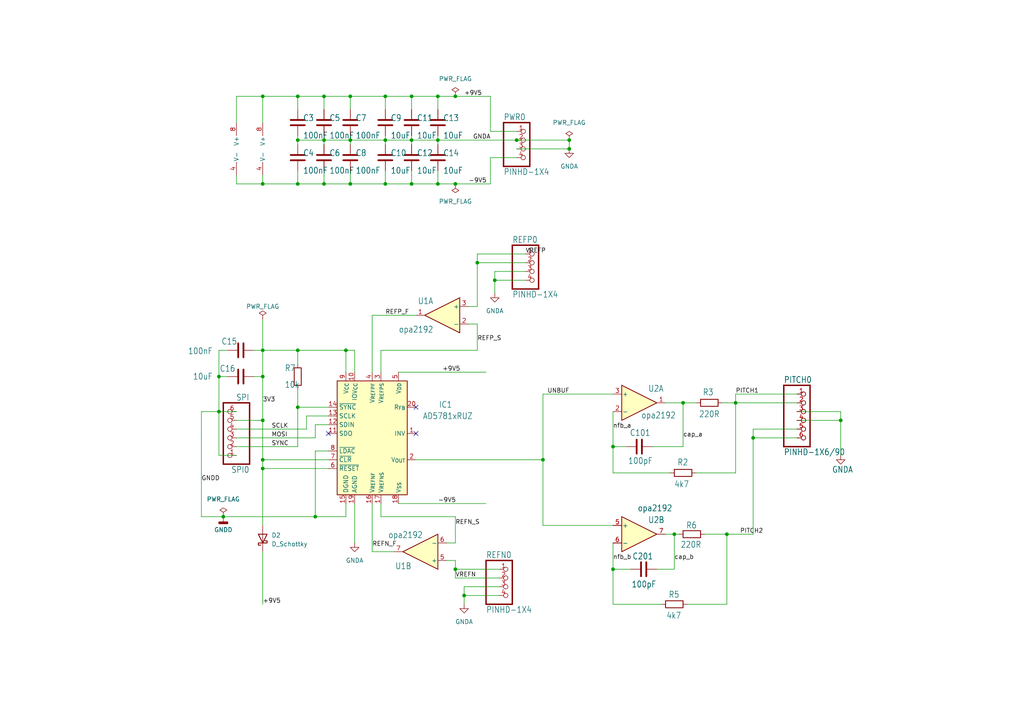
<source format=kicad_sch>
(kicad_sch (version 20231120) (generator "eeschema") (generator_version "8.0")
  (paper "A4")
  (lib_symbols
    (symbol "Amplifier_Operational:TL072" (pin_names (offset 0.127))
      (property "Reference" "U" (at 0 5.08 0))
      (property "Value" "TL072" (at 0 -5.08 0))
      (symbol "TL072_1_1"
        (polyline (pts (xy -5.08 5.08) (xy 5.08 0) (xy -5.08 -5.08) (xy -5.08 5.08)) (stroke (width 0.254)) (fill (type background)))
        (pin output line (at 7.62 0 180) (length 2.54) (name "~") (number "1"))
        (pin input line (at -7.62 -2.54 0) (length 2.54) (name "-") (number "2"))
        (pin input line (at -7.62 2.54 0) (length 2.54) (name "+") (number "3"))
      )
      (symbol "TL072_2_1"
        (polyline (pts (xy -5.08 5.08) (xy 5.08 0) (xy -5.08 -5.08) (xy -5.08 5.08)) (stroke (width 0.254)) (fill (type background)))
        (pin input line (at -7.62 2.54 0) (length 2.54) (name "+") (number "5"))
        (pin input line (at -7.62 -2.54 0) (length 2.54) (name "-") (number "6"))
        (pin output line (at 7.62 0 180) (length 2.54) (name "~") (number "7"))
      )
      (symbol "TL072_3_1"
        (pin power_in line (at -2.54 -7.62 90) (length 3.81) (name "V-") (number "4"))
        (pin power_in line (at -2.54 7.62 270) (length 3.81) (name "V+") (number "8"))
      )
    )
    (symbol "Analog_DAC:AD5781xRUZ"
      (property "Reference" "U" (at -10.16 17.78 0))
      (property "Value" "AD5781xRUZ" (at 10.16 17.78 0))
      (symbol "AD5781xRUZ_1_1"
        (rectangle (start -10.16 15.24) (end 10.16 -17.78) (stroke (width 0.254)) (fill (type background)))
        (pin output line (at 12.7 0 180) (length 2.54) (name "INV") (number "1"))
        (pin power_in line (at -5.08 17.78 270) (length 2.54) (name "IOV_{CC}") (number "10"))
        (pin output line (at -12.7 0 0) (length 2.54) (name "SDO") (number "11"))
        (pin input line (at -12.7 2.54 0) (length 2.54) (name "SDIN") (number "12"))
        (pin input line (at -12.7 5.08 0) (length 2.54) (name "SCLK") (number "13"))
        (pin input line (at -12.7 7.62 0) (length 2.54) (name "~{SYNC}") (number "14"))
        (pin power_in line (at -7.62 -20.32 90) (length 2.54) (name "DGND") (number "15"))
        (pin input line (at 0 -20.32 90) (length 2.54) (name "V_{REFNF}") (number "16"))
        (pin output line (at 2.54 -20.32 90) (length 2.54) (name "V_{REFNS}") (number "17"))
        (pin power_in line (at 7.62 -20.32 90) (length 2.54) (name "V_{SS}") (number "18"))
        (pin power_in line (at -5.08 -20.32 90) (length 2.54) (name "AGND") (number "19"))
        (pin output line (at 12.7 -7.62 180) (length 2.54) (name "V_{OUT}") (number "2"))
        (pin passive line (at 12.7 7.62 180) (length 2.54) (name "R_{FB}") (number "20"))
        (pin output line (at 2.54 17.78 270) (length 2.54) (name "V_{REFPS}") (number "3"))
        (pin input line (at 0 17.78 270) (length 2.54) (name "V_{REFPF}") (number "4"))
        (pin power_in line (at 7.62 17.78 270) (length 2.54) (name "V_{DD}") (number "5"))
        (pin input line (at -12.7 -10.16 0) (length 2.54) (name "~{RESET}") (number "6"))
        (pin input line (at -12.7 -7.62 0) (length 2.54) (name "~{CLR}") (number "7"))
        (pin input line (at -12.7 -5.08 0) (length 2.54) (name "~{LDAC}") (number "8"))
        (pin power_in line (at -7.62 17.78 270) (length 2.54) (name "V_{CC}") (number "9"))
      )
    )
    (symbol "Device:C" (pin_numbers hide) (pin_names (offset 0.254))
      (property "Reference" "C" (at 0.635 2.54 0))
      (property "Value" "C" (at 0.635 -2.54 0))
      (symbol "C_0_1"
        (polyline (pts (xy -2.032 -0.762) (xy 2.032 -0.762)) (stroke (width 0.508)))
        (polyline (pts (xy -2.032 0.762) (xy 2.032 0.762)) (stroke (width 0.508)))
      )
      (symbol "C_1_1"
        (pin passive line (at 0 3.81 270) (length 2.794) (name "~") (number "1"))
        (pin passive line (at 0 -3.81 90) (length 2.794) (name "~") (number "2"))
      )
    )
    (symbol "Device:D_Schottky" (pin_numbers hide) (pin_names (offset 1.016) hide)
      (property "Reference" "D" (at 0 2.54 0))
      (property "Value" "D_Schottky" (at 0 -2.54 0))
      (symbol "D_Schottky_0_1"
        (polyline (pts (xy 1.27 0) (xy -1.27 0)))
        (polyline (pts (xy 1.27 1.27) (xy 1.27 -1.27) (xy -1.27 0) (xy 1.27 1.27)) (stroke (width 0.254)))
        (polyline (pts (xy -1.905 0.635) (xy -1.905 1.27) (xy -1.27 1.27) (xy -1.27 -1.27) (xy -0.635 -1.27) (xy -0.635 -0.635)) (stroke (width 0.254)))
      )
      (symbol "D_Schottky_1_1"
        (pin passive line (at -3.81 0 0) (length 2.54) (name "K") (number "1"))
        (pin passive line (at 3.81 0 180) (length 2.54) (name "A") (number "2"))
      )
    )
    (symbol "Device:R" (pin_numbers hide) (pin_names (offset 0))
      (property "Reference" "R" (at 2.032 0 90))
      (property "Value" "R" (at 0 0 90))
      (symbol "R_0_1"
        (rectangle (start -1.016 -2.54) (end 1.016 2.54) (stroke (width 0.254)))
      )
      (symbol "R_1_1"
        (pin passive line (at 0 3.81 270) (length 1.27) (name "~") (number "1"))
        (pin passive line (at 0 -3.81 90) (length 1.27) (name "~") (number "2"))
      )
    )
    (symbol "pitchdac-eagle-import:PINHD-1X4"
      (property "Reference" "JP" (at -6.35 8.255 0))
      (symbol "PINHD-1X4_1_0"
        (polyline (pts (xy -6.35 -5.08) (xy 1.27 -5.08)) (stroke (width 0.4064)))
        (polyline (pts (xy -6.35 7.62) (xy -6.35 -5.08)) (stroke (width 0.4064)))
        (polyline (pts (xy 1.27 -5.08) (xy 1.27 7.62)) (stroke (width 0.4064)))
        (polyline (pts (xy 1.27 7.62) (xy -6.35 7.62)) (stroke (width 0.4064)))
        (pin passive inverted (at -2.54 5.08 0) (length 2.54) (name "1") (number "1"))
        (pin passive inverted (at -2.54 2.54 0) (length 2.54) (name "2") (number "2"))
        (pin passive inverted (at -2.54 0 0) (length 2.54) (name "3") (number "3"))
        (pin passive inverted (at -2.54 -2.54 0) (length 2.54) (name "4") (number "4"))
      )
    )
    (symbol "pitchdac-eagle-import:PINHD-1X6/90"
      (property "Reference" "JP" (at -6.35 10.795 0))
      (symbol "PINHD-1X6/90_1_0"
        (polyline (pts (xy -6.35 -7.62) (xy 1.27 -7.62)) (stroke (width 0.4064)))
        (polyline (pts (xy -6.35 10.16) (xy -6.35 -7.62)) (stroke (width 0.4064)))
        (polyline (pts (xy 1.27 -7.62) (xy 1.27 10.16)) (stroke (width 0.4064)))
        (polyline (pts (xy 1.27 10.16) (xy -6.35 10.16)) (stroke (width 0.4064)))
        (pin passive inverted (at -2.54 7.62 0) (length 2.54) (name "1") (number "1"))
        (pin passive inverted (at -2.54 5.08 0) (length 2.54) (name "2") (number "2"))
        (pin passive inverted (at -2.54 2.54 0) (length 2.54) (name "3") (number "3"))
        (pin passive inverted (at -2.54 0 0) (length 2.54) (name "4") (number "4"))
        (pin passive inverted (at -2.54 -2.54 0) (length 2.54) (name "5") (number "5"))
        (pin passive inverted (at -2.54 -5.08 0) (length 2.54) (name "6") (number "6"))
      )
    )
    (symbol "power:GNDA" (power) (pin_numbers hide) (pin_names (offset 0) hide)
      (property "Value" "GNDA" (at 0 -3.81 0))
      (symbol "GNDA_0_1"
        (polyline (pts (xy 0 0) (xy 0 -1.27) (xy 1.27 -1.27) (xy 0 -2.54) (xy -1.27 -1.27) (xy 0 -1.27)))
      )
      (symbol "GNDA_1_1"
        (pin power_in line (at 0 0 270) (length 0) (name "~") (number "1"))
      )
    )
    (symbol "power:GNDD" (power) (pin_numbers hide) (pin_names (offset 0) hide)
      (property "Value" "GNDD" (at 0 -3.175 0))
      (symbol "GNDD_0_1"
        (rectangle (start -1.27 -1.524) (end 1.27 -2.032) (stroke (width 0.254)) (fill (type outline)))
        (polyline (pts (xy 0 0) (xy 0 -1.524)))
      )
      (symbol "GNDD_1_1"
        (pin power_in line (at 0 0 270) (length 0) (name "~") (number "1"))
      )
    )
    (symbol "power:PWR_FLAG" (power) (pin_numbers hide) (pin_names (offset 0) hide)
      (property "Value" "PWR_FLAG" (at 0 3.81 0))
      (symbol "PWR_FLAG_0_0"
        (pin power_out line (at 0 0 90) (length 0) (name "~") (number "1"))
      )
      (symbol "PWR_FLAG_0_1"
        (polyline (pts (xy 0 0) (xy 0 1.27) (xy -1.016 1.905) (xy 0 2.54) (xy 1.016 1.905) (xy 0 1.27)))
      )
    )
  )
  (junction (at 91.44 149.86))
  (junction (at 177.8 165.1))
  (junction (at 119.38 53.34))
  (junction (at 76.2 135.89))
  (junction (at 101.6 40.64))
  (junction (at 138.43 76.2))
  (junction (at 198.12 116.84))
  (junction (at 127 40.64))
  (junction (at 213.36 116.84))
  (junction (at 93.98 40.64))
  (junction (at 143.51 81.28))
  (junction (at 132.08 53.34))
  (junction (at 64.77 149.86))
  (junction (at 127 27.94))
  (junction (at 76.2 27.94))
  (junction (at 100.33 101.6))
  (junction (at 86.36 118.11))
  (junction (at 149.86 40.64))
  (junction (at 86.36 101.6))
  (junction (at 243.84 121.92))
  (junction (at 165.1 43.18))
  (junction (at 101.6 53.34))
  (junction (at 119.38 40.64))
  (junction (at 76.2 133.35))
  (junction (at 76.2 101.6))
  (junction (at 86.36 53.34))
  (junction (at 134.62 172.72))
  (junction (at 218.44 127))
  (junction (at 111.76 27.94))
  (junction (at 111.76 40.64))
  (junction (at 101.6 27.94))
  (junction (at 119.38 27.94))
  (junction (at 111.76 53.34))
  (junction (at 93.98 53.34))
  (junction (at 132.08 27.94))
  (junction (at 165.1 40.64))
  (junction (at 132.08 165.1))
  (junction (at 76.2 53.34))
  (junction (at 86.36 27.94))
  (junction (at 157.48 133.35))
  (junction (at 195.58 154.94))
  (junction (at 86.36 40.64))
  (junction (at 127 53.34))
  (junction (at 210.82 154.94))
  (junction (at 177.8 129.54))
  (junction (at 63.5 109.22))
  (junction (at 63.5 119.38))
  (junction (at 76.2 121.92))
  (junction (at 76.2 109.22))
  (junction (at 93.98 27.94))
  (no_connect (at 95.25 125.73))
  (no_connect (at 120.65 118.11))
  (no_connect (at 120.65 125.73))
  (wire (pts (xy 93.98 40.64) (xy 101.6 40.64)) (stroke (width 0.1524)))
  (wire (pts (xy 63.5 132.08) (xy 63.5 119.38)) (stroke (width 0.1524)))
  (wire (pts (xy 76.2 160.02) (xy 76.2 175.26)))
  (wire (pts (xy 138.43 73.66) (xy 138.43 76.2)))
  (wire (pts (xy 63.5 109.22) (xy 66.04 109.22)))
  (wire (pts (xy 138.43 93.98) (xy 135.89 93.98)) (stroke (width 0.1524)))
  (wire (pts (xy 63.5 101.6) (xy 66.04 101.6)) (stroke (width 0.1524)))
  (wire (pts (xy 86.36 27.94) (xy 86.36 31.75)))
  (wire (pts (xy 107.95 91.44) (xy 107.95 107.95)))
  (wire (pts (xy 132.08 53.34) (xy 142.24 53.34)) (stroke (width 0.1524)))
  (wire (pts (xy 101.6 40.64) (xy 101.6 41.91)))
  (wire (pts (xy 198.12 129.54) (xy 198.12 116.84)) (stroke (width 0.1524)))
  (wire (pts (xy 68.58 53.34) (xy 68.58 50.8)) (stroke (width 0.1524)))
  (wire (pts (xy 231.14 114.3) (xy 213.36 114.3)) (stroke (width 0.1524)))
  (wire (pts (xy 93.98 49.53) (xy 93.98 50.8)))
  (wire (pts (xy 138.43 76.2) (xy 138.43 88.9)) (stroke (width 0.1524)))
  (wire (pts (xy 231.14 121.92) (xy 243.84 121.92)) (stroke (width 0.1524)))
  (wire (pts (xy 100.33 101.6) (xy 102.87 101.6)))
  (wire (pts (xy 101.6 39.37) (xy 101.6 40.64)))
  (wire (pts (xy 134.62 172.72) (xy 144.78 172.72)))
  (wire (pts (xy 68.58 132.08) (xy 63.5 132.08)) (stroke (width 0.1524)))
  (wire (pts (xy 110.49 101.6) (xy 110.49 107.95)))
  (wire (pts (xy 107.95 91.44) (xy 120.65 91.44)))
  (wire (pts (xy 129.54 162.56) (xy 132.08 162.56)) (stroke (width 0.1524)))
  (wire (pts (xy 243.84 119.38) (xy 243.84 121.92)) (stroke (width 0.1524)))
  (wire (pts (xy 110.49 101.6) (xy 138.43 101.6)))
  (wire (pts (xy 58.42 127) (xy 58.42 149.86)))
  (wire (pts (xy 195.58 165.1) (xy 195.58 154.94)) (stroke (width 0.1524)))
  (wire (pts (xy 210.82 116.84) (xy 213.36 116.84)) (stroke (width 0.1524)))
  (wire (pts (xy 76.2 53.34) (xy 68.58 53.34)) (stroke (width 0.1524)))
  (wire (pts (xy 143.51 78.74) (xy 152.4 78.74)))
  (wire (pts (xy 68.58 27.94) (xy 68.58 35.56)) (stroke (width 0.1524)))
  (wire (pts (xy 111.76 27.94) (xy 111.76 31.75)))
  (wire (pts (xy 63.5 101.6) (xy 63.5 109.22)) (stroke (width 0.1524)))
  (wire (pts (xy 218.44 154.94) (xy 210.82 154.94)) (stroke (width 0.1524)))
  (wire (pts (xy 93.98 40.64) (xy 93.98 41.91)))
  (wire (pts (xy 76.2 92.71) (xy 76.2 101.6)) (stroke (width 0.1524)))
  (wire (pts (xy 86.36 50.8) (xy 86.36 53.34)) (stroke (width 0.1524)))
  (wire (pts (xy 93.98 39.37) (xy 93.98 40.64)))
  (wire (pts (xy 86.36 53.34) (xy 76.2 53.34)) (stroke (width 0.1524)))
  (wire (pts (xy 177.8 157.48) (xy 177.8 165.1)) (stroke (width 0.1524)))
  (wire (pts (xy 177.8 137.16) (xy 194.31 137.16)) (stroke (width 0.1524)))
  (wire (pts (xy 101.6 50.8) (xy 101.6 53.34)) (stroke (width 0.1524)))
  (wire (pts (xy 109.22 160.02) (xy 114.3 160.02)) (stroke (width 0.1524)))
  (wire (pts (xy 101.6 49.53) (xy 101.6 50.8)))
  (wire (pts (xy 101.6 53.34) (xy 93.98 53.34)) (stroke (width 0.1524)))
  (wire (pts (xy 76.2 35.56) (xy 76.2 27.94)) (stroke (width 0.1524)))
  (wire (pts (xy 76.2 101.6) (xy 76.2 109.22)) (stroke (width 0.1524)))
  (wire (pts (xy 157.48 133.35) (xy 157.48 152.4)) (stroke (width 0.1524)))
  (wire (pts (xy 142.24 45.72) (xy 149.86 45.72)))
  (wire (pts (xy 86.36 118.11) (xy 95.25 118.11)))
  (wire (pts (xy 76.2 50.8) (xy 76.2 53.34)) (stroke (width 0.1524)))
  (wire (pts (xy 86.36 101.6) (xy 100.33 101.6)))
  (wire (pts (xy 93.98 27.94) (xy 101.6 27.94)) (stroke (width 0.1524)))
  (wire (pts (xy 198.12 116.84) (xy 201.93 116.84)) (stroke (width 0.1524)))
  (wire (pts (xy 209.55 116.84) (xy 210.82 116.84)))
  (wire (pts (xy 111.76 40.64) (xy 119.38 40.64)) (stroke (width 0.1524)))
  (wire (pts (xy 76.2 101.6) (xy 86.36 101.6)))
  (wire (pts (xy 142.24 27.94) (xy 132.08 27.94)) (stroke (width 0.1524)))
  (wire (pts (xy 177.8 175.26) (xy 191.77 175.26)) (stroke (width 0.1524)))
  (wire (pts (xy 101.6 27.94) (xy 101.6 31.75)))
  (wire (pts (xy 134.62 172.72) (xy 134.62 175.26)))
  (wire (pts (xy 127 39.37) (xy 127 40.64)))
  (wire (pts (xy 68.58 119.38) (xy 63.5 119.38)) (stroke (width 0.1524)))
  (wire (pts (xy 135.89 88.9) (xy 138.43 88.9)) (stroke (width 0.1524)))
  (wire (pts (xy 58.42 149.86) (xy 64.77 149.86)))
  (wire (pts (xy 73.66 101.6) (xy 76.2 101.6)))
  (wire (pts (xy 102.87 146.05) (xy 102.87 157.48)))
  (wire (pts (xy 119.38 40.64) (xy 119.38 41.91)) (stroke (width 0.1524)))
  (wire (pts (xy 138.43 73.66) (xy 152.4 73.66)))
  (wire (pts (xy 86.36 101.6) (xy 86.36 105.41)))
  (wire (pts (xy 201.93 137.16) (xy 203.2 137.16)))
  (wire (pts (xy 86.36 27.94) (xy 93.98 27.94)) (stroke (width 0.1524)))
  (wire (pts (xy 177.8 175.26) (xy 177.8 165.1)) (stroke (width 0.1524)))
  (wire (pts (xy 205.74 154.94) (xy 210.82 154.94)) (stroke (width 0.1524)))
  (wire (pts (xy 152.4 76.2) (xy 138.43 76.2)) (stroke (width 0.1524)))
  (wire (pts (xy 68.58 127) (xy 91.44 127)) (stroke (width 0.1524)))
  (wire (pts (xy 119.38 49.53) (xy 119.38 50.8)))
  (wire (pts (xy 120.65 133.35) (xy 157.48 133.35)))
  (wire (pts (xy 91.44 123.19) (xy 95.25 123.19)))
  (wire (pts (xy 231.14 127) (xy 218.44 127)) (stroke (width 0.1524)))
  (wire (pts (xy 93.98 53.34) (xy 86.36 53.34)) (stroke (width 0.1524)))
  (wire (pts (xy 119.38 39.37) (xy 119.38 40.64)))
  (wire (pts (xy 76.2 121.92) (xy 76.2 133.35)))
  (wire (pts (xy 142.24 38.1) (xy 142.24 27.94)) (stroke (width 0.1524)))
  (wire (pts (xy 127 40.64) (xy 149.86 40.64)) (stroke (width 0.1524)))
  (wire (pts (xy 86.36 129.54) (xy 68.58 129.54)) (stroke (width 0.1524)))
  (wire (pts (xy 76.2 135.89) (xy 76.2 152.4)))
  (wire (pts (xy 143.51 81.28) (xy 143.51 85.09)))
  (wire (pts (xy 76.2 27.94) (xy 68.58 27.94)) (stroke (width 0.1524)))
  (wire (pts (xy 76.2 133.35) (xy 95.25 133.35)))
  (wire (pts (xy 127 27.94) (xy 132.08 27.94)) (stroke (width 0.1524)))
  (wire (pts (xy 119.38 53.34) (xy 111.76 53.34)) (stroke (width 0.1524)))
  (wire (pts (xy 138.43 99.06) (xy 138.43 101.6)))
  (wire (pts (xy 144.78 165.1) (xy 132.08 165.1)) (stroke (width 0.1524)))
  (wire (pts (xy 193.04 116.84) (xy 198.12 116.84)) (stroke (width 0.1524)))
  (wire (pts (xy 132.08 165.1) (xy 132.08 167.64)) (stroke (width 0.1524)))
  (wire (pts (xy 203.2 137.16) (xy 213.36 137.16)) (stroke (width 0.1524)))
  (wire (pts (xy 102.87 101.6) (xy 102.87 107.95)))
  (wire (pts (xy 132.08 167.64) (xy 144.78 167.64)) (stroke (width 0.1524)))
  (wire (pts (xy 58.42 119.38) (xy 58.42 127)) (stroke (width 0.1524)))
  (wire (pts (xy 93.98 27.94) (xy 93.98 31.75)))
  (wire (pts (xy 177.8 152.4) (xy 157.48 152.4)) (stroke (width 0.1524)))
  (wire (pts (xy 165.1 40.64) (xy 165.1 43.18)))
  (wire (pts (xy 115.57 107.95) (xy 140.97 107.95)))
  (wire (pts (xy 91.44 149.86) (xy 100.33 149.86)))
  (wire (pts (xy 218.44 124.46) (xy 218.44 127)) (stroke (width 0.1524)))
  (wire (pts (xy 157.48 114.3) (xy 157.48 133.35)) (stroke (width 0.1524)))
  (wire (pts (xy 127 40.64) (xy 127 41.91)))
  (wire (pts (xy 115.57 146.05) (xy 140.97 146.05)))
  (wire (pts (xy 199.39 175.26) (xy 200.66 175.26)))
  (wire (pts (xy 134.62 170.18) (xy 144.78 170.18)))
  (wire (pts (xy 177.8 119.38) (xy 177.8 129.54)) (stroke (width 0.1524)))
  (wire (pts (xy 132.08 157.48) (xy 132.08 149.86)) (stroke (width 0.1524)))
  (wire (pts (xy 91.44 130.81) (xy 91.44 149.86)))
  (wire (pts (xy 143.51 81.28) (xy 152.4 81.28)))
  (wire (pts (xy 177.8 114.3) (xy 157.48 114.3)) (stroke (width 0.1524)))
  (wire (pts (xy 119.38 27.94) (xy 127 27.94)) (stroke (width 0.1524)))
  (wire (pts (xy 111.76 49.53) (xy 111.76 50.8)))
  (wire (pts (xy 132.08 165.1) (xy 132.08 162.56)) (stroke (width 0.1524)))
  (wire (pts (xy 86.36 49.53) (xy 86.36 50.8)))
  (wire (pts (xy 76.2 133.35) (xy 76.2 135.89)))
  (wire (pts (xy 91.44 130.81) (xy 95.25 130.81)))
  (wire (pts (xy 88.9 124.46) (xy 68.58 124.46)) (stroke (width 0.1524)))
  (wire (pts (xy 86.36 40.64) (xy 86.36 41.91)))
  (wire (pts (xy 86.36 113.03) (xy 86.36 118.11)))
  (wire (pts (xy 213.36 137.16) (xy 213.36 116.84)) (stroke (width 0.1524)))
  (wire (pts (xy 76.2 121.92) (xy 68.58 121.92)) (stroke (width 0.1524)))
  (wire (pts (xy 218.44 127) (xy 218.44 154.94)) (stroke (width 0.1524)))
  (wire (pts (xy 134.62 170.18) (xy 134.62 172.72)))
  (wire (pts (xy 100.33 101.6) (xy 100.33 107.95)))
  (wire (pts (xy 107.95 160.02) (xy 109.22 160.02)))
  (wire (pts (xy 111.76 27.94) (xy 119.38 27.94)) (stroke (width 0.1524)))
  (wire (pts (xy 111.76 39.37) (xy 111.76 40.64)))
  (wire (pts (xy 231.14 124.46) (xy 218.44 124.46)) (stroke (width 0.1524)))
  (wire (pts (xy 127 50.8) (xy 127 53.34)) (stroke (width 0.1524)))
  (wire (pts (xy 132.08 157.48) (xy 129.54 157.48)) (stroke (width 0.1524)))
  (wire (pts (xy 177.8 137.16) (xy 177.8 129.54)) (stroke (width 0.1524)))
  (wire (pts (xy 149.86 43.18) (xy 165.1 43.18)))
  (wire (pts (xy 86.36 39.37) (xy 86.36 40.64)) (stroke (width 0.1524)))
  (wire (pts (xy 88.9 120.65) (xy 95.25 120.65)))
  (wire (pts (xy 127 27.94) (xy 127 31.75)))
  (wire (pts (xy 119.38 40.64) (xy 127 40.64)) (stroke (width 0.1524)))
  (wire (pts (xy 132.08 53.34) (xy 127 53.34)) (stroke (width 0.1524)))
  (wire (pts (xy 210.82 175.26) (xy 210.82 154.94)) (stroke (width 0.1524)))
  (wire (pts (xy 189.23 129.54) (xy 198.12 129.54)))
  (wire (pts (xy 127 49.53) (xy 127 50.8)))
  (wire (pts (xy 231.14 119.38) (xy 243.84 119.38)) (stroke (width 0.1524)))
  (wire (pts (xy 86.36 129.54) (xy 86.36 118.11)) (stroke (width 0.1524)))
  (wire (pts (xy 213.36 114.3) (xy 213.36 116.84)) (stroke (width 0.1524)))
  (wire (pts (xy 111.76 53.34) (xy 101.6 53.34)) (stroke (width 0.1524)))
  (wire (pts (xy 63.5 109.22) (xy 63.5 119.38)) (stroke (width 0.1524)))
  (wire (pts (xy 193.04 154.94) (xy 195.58 154.94)) (stroke (width 0.1524)))
  (wire (pts (xy 76.2 135.89) (xy 95.25 135.89)))
  (wire (pts (xy 107.95 146.05) (xy 107.95 160.02)))
  (wire (pts (xy 142.24 45.72) (xy 142.24 53.34)))
  (wire (pts (xy 111.76 50.8) (xy 111.76 53.34)) (stroke (width 0.1524)))
  (wire (pts (xy 204.47 154.94) (xy 205.74 154.94)))
  (wire (pts (xy 200.66 175.26) (xy 210.82 175.26)) (stroke (width 0.1524)))
  (wire (pts (xy 110.49 149.86) (xy 132.08 149.86)))
  (wire (pts (xy 101.6 27.94) (xy 111.76 27.94)) (stroke (width 0.1524)))
  (wire (pts (xy 143.51 78.74) (xy 143.51 81.28)))
  (wire (pts (xy 91.44 123.19) (xy 91.44 127)))
  (wire (pts (xy 101.6 40.64) (xy 111.76 40.64)) (stroke (width 0.1524)))
  (wire (pts (xy 100.33 146.05) (xy 100.33 149.86)))
  (wire (pts (xy 177.8 129.54) (xy 181.61 129.54)) (stroke (width 0.1524)))
  (wire (pts (xy 76.2 27.94) (xy 86.36 27.94)) (stroke (width 0.1524)))
  (wire (pts (xy 213.36 116.84) (xy 231.14 116.84)) (stroke (width 0.1524)))
  (wire (pts (xy 138.43 99.06) (xy 138.43 93.98)) (stroke (width 0.1524)))
  (wire (pts (xy 177.8 165.1) (xy 182.88 165.1)) (stroke (width 0.1524)))
  (wire (pts (xy 63.5 119.38) (xy 58.42 119.38)) (stroke (width 0.1524)))
  (wire (pts (xy 195.58 154.94) (xy 196.85 154.94)) (stroke (width 0.1524)))
  (wire (pts (xy 86.36 40.64) (xy 93.98 40.64)) (stroke (width 0.1524)))
  (wire (pts (xy 127 53.34) (xy 119.38 53.34)) (stroke (width 0.1524)))
  (wire (pts (xy 111.76 40.64) (xy 111.76 41.91)) (stroke (width 0.1524)))
  (wire (pts (xy 110.49 146.05) (xy 110.49 149.86)))
  (wire (pts (xy 73.66 109.22) (xy 76.2 109.22)))
  (wire (pts (xy 64.77 149.86) (xy 91.44 149.86)))
  (wire (pts (xy 190.5 165.1) (xy 195.58 165.1)) (stroke (width 0.1524)))
  (wire (pts (xy 88.9 120.65) (xy 88.9 124.46)))
  (wire (pts (xy 149.86 40.64) (xy 165.1 40.64)))
  (wire (pts (xy 119.38 27.94) (xy 119.38 31.75)))
  (wire (pts (xy 149.86 38.1) (xy 142.24 38.1)) (stroke (width 0.1524)))
  (wire (pts (xy 76.2 109.22) (xy 76.2 121.92)) (stroke (width 0.1524)))
  (wire (pts (xy 93.98 50.8) (xy 93.98 53.34)) (stroke (width 0.1524)))
  (wire (pts (xy 243.84 121.92) (xy 243.84 132.08)) (stroke (width 0.1524)))
  (wire (pts (xy 119.38 50.8) (xy 119.38 53.34)) (stroke (width 0.1524)))
  (label "PITCH1" (at 213.36 114.3 0) (effects (font (size 1.2446 1.2446))))
  (label "MOSI" (at 78.74 127 0) (effects (font (size 1.2446 1.2446))))
  (label "nfb_a" (at 177.8 124.46 0))
  (label "SCLK" (at 78.74 124.46 0) (effects (font (size 1.2446 1.2446))))
  (label "VREFN" (at 132.08 167.64 0) (effects (font (size 1.2446 1.2446))))
  (label "+9V5" (at 134.62 27.94 0) (effects (font (size 1.2446 1.2446))))
  (label "-9V5" (at 127 146.05 0))
  (label "+9V5" (at 128.27 107.95 0))
  (label "GNDD" (at 58.42 139.7 0))
  (label "REFN_F" (at 107.95 158.75 0))
  (label "cap_a" (at 198.12 127 0))
  (label "REFP_S" (at 138.43 99.06 0) (effects (font (size 1.2446 1.2446))))
  (label "+9V5" (at 76.2 175.26 0))
  (label "SYNC" (at 78.74 129.54 0) (effects (font (size 1.2446 1.2446))))
  (label "VREFP" (at 152.4 73.66 0) (effects (font (size 1.2446 1.2446))))
  (label "UNBUF" (at 158.75 114.3 0) (effects (font (size 1.2446 1.2446))))
  (label "3V3" (at 76.2 116.84 0) (effects (font (size 1.2446 1.2446))))
  (label "REFN_S" (at 132.08 152.4 0) (effects (font (size 1.2446 1.2446))))
  (label "PITCH2" (at 214.63 154.94 0) (effects (font (size 1.2446 1.2446))))
  (label "cap_b" (at 195.58 162.56 0))
  (label "REFP_F" (at 111.76 91.44 0) (effects (font (size 1.2446 1.2446))))
  (label "GNDA" (at 137.16 40.64 0))
  (label "nfb_b" (at 177.8 162.56 0))
  (label "-9V5" (at 135.89 53.34 0))
  (symbol (lib_id "pitchdac-eagle-import:PINHD-1X6/90") (at 66.04 124.46 180) (unit 1)
    (property "Reference" "SPI0" (at 72.39 135.255 0) (effects (font (size 1.778 1.5113)) (justify left bottom)))
    (property "Value" "SPI" (at 72.39 114.3 0) (effects (font (size 1.778 1.5113)) (justify left bottom)))
    (property "Footprint" "Connector_PinHeader_2.54mm:PinHeader_1x06_P2.54mm_Horizontal" (effects (hide yes)))
  )
  (symbol (lib_id "Amplifier_Operational:TL072") (at 121.92 160.02 180) (unit 2)
    (property "Reference" "U1" (at 119.38 163.195 0) (effects (font (size 1.778 1.5113)) (justify left bottom)))
    (property "Value" "opa2192" (at 122.682 154.178 0) (effects (font (size 1.778 1.5113)) (justify left bottom)))
    (property "Footprint" "pitchdac:SO08" (effects (hide yes)))
    (property "Datasheet" "http://www.ti.com/lit/ds/symlink/tl071.pdf" (effects (hide yes)))
    (property "Description" "Dual Low-Noise JFET-Input Operational Amplifiers, DIP-8/SOIC-8" (effects (hide yes)))
  )
  (symbol (lib_id "pitchdac-eagle-import:PINHD-1X6/90") (at 233.68 121.92 0) (unit 1)
    (property "Reference" "PITCH0" (at 227.33 111.125 0) (effects (font (size 1.778 1.5113)) (justify left bottom)))
    (property "Value" "PINHD-1X6/90" (at 227.33 132.08 0) (effects (font (size 1.778 1.5113)) (justify left bottom)))
    (property "Footprint" "Connector_PinHeader_2.54mm:PinHeader_1x06_P2.54mm_Horizontal" (effects (hide yes)))
  )
  (symbol (lib_id "Device:C") (at 93.98 45.72 0) (unit 1)
    (property "Reference" "C6" (at 95.504 45.339 0) (effects (font (size 1.778 1.5113)) (justify left bottom)))
    (property "Value" "100nF" (at 95.504 50.419 0) (effects (font (size 1.778 1.5113)) (justify left bottom)))
    (property "Footprint" "Capacitor_SMD:C_1206_3216Metric" (effects (hide yes)))
  )
  (symbol (lib_id "power:GNDA") (at 243.84 132.08 0) (unit 1)
    (property "Reference" "#AGND4" (effects (hide yes)))
    (property "Value" "GNDA" (at 241.3 137.16 0) (effects (font (size 1.778 1.5113)) (justify left bottom)))
  )
  (symbol (lib_id "pitchdac-eagle-import:PINHD-1X4") (at 154.94 78.74 0) (unit 1)
    (property "Reference" "REFP0" (at 148.59 70.485 0) (effects (font (size 1.778 1.5113)) (justify left bottom)))
    (property "Value" "PINHD-1X4" (at 148.59 86.36 0) (effects (font (size 1.778 1.5113)) (justify left bottom)))
    (property "Footprint" "Connector_PinSocket_2.54mm:PinSocket_1x04_P2.54mm_Vertical" (effects (hide yes)))
  )
  (symbol (lib_id "Device:C") (at 86.36 35.56 0) (unit 1)
    (property "Reference" "C3" (at 87.884 35.179 0) (effects (font (size 1.778 1.5113)) (justify left bottom)))
    (property "Value" "100nF" (at 87.884 40.259 0) (effects (font (size 1.778 1.5113)) (justify left bottom)))
    (property "Footprint" "Capacitor_SMD:C_1206_3216Metric" (effects (hide yes)))
  )
  (symbol (lib_id "Device:C") (at 127 45.72 0) (unit 1)
    (property "Reference" "C14" (at 128.524 45.339 0) (effects (font (size 1.778 1.5113)) (justify left bottom)))
    (property "Value" "10uF" (at 128.524 50.419 0) (effects (font (size 1.778 1.5113)) (justify left bottom)))
    (property "Footprint" "Capacitor_SMD:C_1206_3216Metric" (effects (hide yes)))
  )
  (symbol (lib_id "Amplifier_Operational:TL072") (at 78.74 43.18 0) (unit 3)
    (property "Reference" "U2" (effects (hide yes)))
    (property "Value" "opa2192" (effects (hide yes)))
    (property "Footprint" "pitchdac:SO08" (effects (hide yes)))
    (property "Datasheet" "http://www.ti.com/lit/ds/symlink/tl071.pdf" (effects (hide yes)))
    (property "Description" "Dual Low-Noise JFET-Input Operational Amplifiers, DIP-8/SOIC-8" (effects (hide yes)))
  )
  (symbol (lib_id "power:PWR_FLAG") (at 76.2 92.71 0) (unit 1)
    (property "Reference" "#FLG4" (effects (hide yes)))
    (property "Value" "PWR_FLAG" (at 76.2 88.9 0))
    (property "Description" "Special symbol for telling ERC where power comes from" (effects (hide yes)))
  )
  (symbol (lib_id "power:GNDA") (at 134.62 175.26 0) (unit 1)
    (property "Reference" "#PWR2" (effects (hide yes)))
    (property "Value" "GNDA" (at 134.62 180.34 0))
    (property "Description" "Power symbol creates a global label with name \"GNDA\" , analog ground" (effects (hide yes)))
  )
  (symbol (lib_id "Device:D_Schottky") (at 76.2 156.21 90) (unit 1)
    (property "Reference" "D2" (at 78.74 155.2574 90) (effects (justify right)))
    (property "Value" "D_Schottky" (at 78.74 157.7974 90) (effects (justify right)))
    (property "Footprint" "Diode_SMD:D_0805_2012Metric" (effects (hide yes)))
    (property "Description" "Schottky diode" (effects (hide yes)))
  )
  (symbol (lib_id "Device:C") (at 111.76 35.56 0) (unit 1)
    (property "Reference" "C9" (at 113.284 35.179 0) (effects (font (size 1.778 1.5113)) (justify left bottom)))
    (property "Value" "10uF" (at 113.284 40.259 0) (effects (font (size 1.778 1.5113)) (justify left bottom)))
    (property "Footprint" "Capacitor_SMD:C_1206_3216Metric" (effects (hide yes)))
  )
  (symbol (lib_id "Amplifier_Operational:TL072") (at 185.42 116.84 0) (unit 1)
    (property "Reference" "U2" (at 187.96 113.665 0) (effects (font (size 1.778 1.5113)) (justify left bottom)))
    (property "Value" "opa2192" (at 185.928 121.412 0) (effects (font (size 1.778 1.5113)) (justify left bottom)))
    (property "Footprint" "pitchdac:SO08" (effects (hide yes)))
    (property "Datasheet" "http://www.ti.com/lit/ds/symlink/tl071.pdf" (effects (hide yes)))
    (property "Description" "Dual Low-Noise JFET-Input Operational Amplifiers, DIP-8/SOIC-8" (effects (hide yes)))
  )
  (symbol (lib_id "Amplifier_Operational:TL072") (at 71.12 43.18 0) (unit 3)
    (property "Reference" "U1" (effects (hide yes)))
    (property "Value" "opa2192" (effects (hide yes)))
    (property "Footprint" "pitchdac:SO08" (effects (hide yes)))
    (property "Datasheet" "http://www.ti.com/lit/ds/symlink/tl071.pdf" (effects (hide yes)))
    (property "Description" "Dual Low-Noise JFET-Input Operational Amplifiers, DIP-8/SOIC-8" (effects (hide yes)))
  )
  (symbol (lib_id "Device:C") (at 69.85 109.22 90) (unit 1)
    (property "Reference" "C16" (at 68.326 105.918 90) (effects (font (size 1.778 1.5113)) (justify left bottom)))
    (property "Value" "10uF" (at 61.722 108.204 90) (effects (font (size 1.778 1.5113)) (justify left bottom)))
    (property "Footprint" "Capacitor_SMD:C_1206_3216Metric" (effects (hide yes)))
  )
  (symbol (lib_id "power:GNDA") (at 143.51 85.09 0) (unit 1)
    (property "Reference" "#PWR3" (effects (hide yes)))
    (property "Value" "GNDA" (at 143.51 90.17 0))
    (property "Description" "Power symbol creates a global label with name \"GNDA\" , analog ground" (effects (hide yes)))
  )
  (symbol (lib_id "Device:C") (at 93.98 35.56 0) (unit 1)
    (property "Reference" "C5" (at 95.504 35.179 0) (effects (font (size 1.778 1.5113)) (justify left bottom)))
    (property "Value" "100nF" (at 95.504 40.259 0) (effects (font (size 1.778 1.5113)) (justify left bottom)))
    (property "Footprint" "Capacitor_SMD:C_1206_3216Metric" (effects (hide yes)))
  )
  (symbol (lib_id "Device:C") (at 186.69 165.1 270) (unit 1)
    (property "Reference" "C201" (at 183.388 162.306 90) (effects (font (size 1.778 1.5113)) (justify left bottom)))
    (property "Value" "100pF" (at 183.134 170.434 90) (effects (font (size 1.778 1.5113)) (justify left bottom)))
    (property "Footprint" "Capacitor_SMD:C_0805_2012Metric" (effects (hide yes)))
  )
  (symbol (lib_id "Device:C") (at 111.76 45.72 0) (unit 1)
    (property "Reference" "C10" (at 113.284 45.339 0) (effects (font (size 1.778 1.5113)) (justify left bottom)))
    (property "Value" "10uF" (at 113.284 50.419 0) (effects (font (size 1.778 1.5113)) (justify left bottom)))
    (property "Footprint" "Capacitor_SMD:C_1206_3216Metric" (effects (hide yes)))
  )
  (symbol (lib_id "Analog_DAC:AD5781xRUZ") (at 107.95 125.73 0) (unit 1)
    (property "Reference" "IC1" (at 127.254 117.348 0) (effects (font (size 1.778 1.5113)) (justify left)))
    (property "Value" "AD5781xRUZ" (at 137.16 120.65 0) (effects (font (size 1.778 1.5113)) (justify right)))
    (property "Footprint" "Package_SO:TSSOP-20_4.4x6.5mm_P0.65mm" (effects (hide yes)))
  )
  (symbol (lib_id "Device:R") (at 198.12 137.16 90) (unit 1)
    (property "Reference" "R2" (at 199.644 133.096 90) (effects (font (size 1.778 1.5113)) (justify left bottom)))
    (property "Value" "4k7" (at 199.898 139.446 90) (effects (font (size 1.778 1.5113)) (justify left bottom)))
    (property "Footprint" "Resistor_SMD:R_0805_2012Metric" (effects (hide yes)))
  )
  (symbol (lib_id "power:PWR_FLAG") (at 132.08 27.94 0) (unit 1)
    (property "Reference" "#FLG1" (effects (hide yes)))
    (property "Value" "PWR_FLAG" (at 132.08 22.86 0))
    (property "Description" "Special symbol for telling ERC where power comes from" (effects (hide yes)))
  )
  (symbol (lib_id "power:GNDD") (at 64.77 149.86 0) (unit 1)
    (property "Reference" "#PWR1" (effects (hide yes)))
    (property "Value" "GNDD" (at 64.77 153.67 0))
    (property "Description" "Power symbol creates a global label with name \"GNDD\" , digital ground" (effects (hide yes)))
  )
  (symbol (lib_id "power:PWR_FLAG") (at 132.08 53.34 180) (unit 1)
    (property "Reference" "#FLG2" (effects (hide yes)))
    (property "Value" "PWR_FLAG" (at 132.08 58.42 0))
    (property "Description" "Special symbol for telling ERC where power comes from" (effects (hide yes)))
  )
  (symbol (lib_id "Device:C") (at 101.6 35.56 0) (unit 1)
    (property "Reference" "C7" (at 103.124 35.179 0) (effects (font (size 1.778 1.5113)) (justify left bottom)))
    (property "Value" "100nF" (at 103.124 40.259 0) (effects (font (size 1.778 1.5113)) (justify left bottom)))
    (property "Footprint" "Capacitor_SMD:C_1206_3216Metric" (effects (hide yes)))
  )
  (symbol (lib_id "power:PWR_FLAG") (at 165.1 40.64 0) (unit 1)
    (property "Reference" "#FLG3" (effects (hide yes)))
    (property "Value" "PWR_FLAG" (at 165.1 35.56 0))
    (property "Description" "Special symbol for telling ERC where power comes from" (effects (hide yes)))
  )
  (symbol (lib_id "Amplifier_Operational:TL072") (at 128.27 91.44 0) (mirror y) (unit 1)
    (property "Reference" "U1" (at 125.73 88.265 0) (effects (font (size 1.778 1.5113)) (justify left bottom)))
    (property "Value" "opa2192" (at 125.73 96.52 0) (effects (font (size 1.778 1.5113)) (justify left bottom)))
    (property "Footprint" "pitchdac:SO08" (effects (hide yes)))
    (property "Datasheet" "http://www.ti.com/lit/ds/symlink/tl071.pdf" (effects (hide yes)))
    (property "Description" "Dual Low-Noise JFET-Input Operational Amplifiers, DIP-8/SOIC-8" (effects (hide yes)))
  )
  (symbol (lib_id "Amplifier_Operational:TL072") (at 185.42 154.94 0) (unit 2)
    (property "Reference" "U2" (at 187.96 151.765 0) (effects (font (size 1.778 1.5113)) (justify left bottom)))
    (property "Value" "opa2192" (at 184.912 148.336 0) (effects (font (size 1.778 1.5113)) (justify left bottom)))
    (property "Footprint" "pitchdac:SO08" (effects (hide yes)))
    (property "Datasheet" "http://www.ti.com/lit/ds/symlink/tl071.pdf" (effects (hide yes)))
    (property "Description" "Dual Low-Noise JFET-Input Operational Amplifiers, DIP-8/SOIC-8" (effects (hide yes)))
  )
  (symbol (lib_id "Device:C") (at 69.85 101.6 90) (unit 1)
    (property "Reference" "C15" (at 68.834 98.044 90) (effects (font (size 1.778 1.5113)) (justify left bottom)))
    (property "Value" "100nF" (at 61.722 100.838 90) (effects (font (size 1.778 1.5113)) (justify left bottom)))
    (property "Footprint" "Capacitor_SMD:C_1206_3216Metric" (effects (hide yes)))
  )
  (symbol (lib_id "Device:R") (at 195.58 175.26 90) (unit 1)
    (property "Reference" "R5" (at 197.104 171.45 90) (effects (font (size 1.778 1.5113)) (justify left bottom)))
    (property "Value" "4k7" (at 197.612 177.546 90) (effects (font (size 1.778 1.5113)) (justify left bottom)))
    (property "Footprint" "Resistor_SMD:R_0805_2012Metric" (effects (hide yes)))
  )
  (symbol (lib_id "Device:C") (at 101.6 45.72 0) (unit 1)
    (property "Reference" "C8" (at 103.124 45.339 0) (effects (font (size 1.778 1.5113)) (justify left bottom)))
    (property "Value" "100nF" (at 103.124 50.419 0) (effects (font (size 1.778 1.5113)) (justify left bottom)))
    (property "Footprint" "Capacitor_SMD:C_1206_3216Metric" (effects (hide yes)))
  )
  (symbol (lib_id "Device:C") (at 185.42 129.54 270) (unit 1)
    (property "Reference" "C101" (at 182.626 126.492 90) (effects (font (size 1.778 1.5113)) (justify left bottom)))
    (property "Value" "100pF" (at 182.118 134.62 90) (effects (font (size 1.778 1.5113)) (justify left bottom)))
    (property "Footprint" "Capacitor_SMD:C_0805_2012Metric" (effects (hide yes)))
  )
  (symbol (lib_id "Device:R") (at 205.74 116.84 90) (unit 1)
    (property "Reference" "R3" (at 207.01 112.776 90) (effects (font (size 1.778 1.5113)) (justify left bottom)))
    (property "Value" "220R" (at 208.788 119.126 90) (effects (font (size 1.778 1.5113)) (justify left bottom)))
    (property "Footprint" "Resistor_SMD:R_0805_2012Metric" (effects (hide yes)))
  )
  (symbol (lib_id "Device:C") (at 127 35.56 0) (unit 1)
    (property "Reference" "C13" (at 128.524 35.179 0) (effects (font (size 1.778 1.5113)) (justify left bottom)))
    (property "Value" "10uF" (at 128.524 40.259 0) (effects (font (size 1.778 1.5113)) (justify left bottom)))
    (property "Footprint" "Capacitor_SMD:C_1206_3216Metric" (effects (hide yes)))
  )
  (symbol (lib_id "Device:C") (at 119.38 45.72 0) (unit 1)
    (property "Reference" "C12" (at 120.904 45.339 0) (effects (font (size 1.778 1.5113)) (justify left bottom)))
    (property "Value" "10uF" (at 120.904 50.419 0) (effects (font (size 1.778 1.5113)) (justify left bottom)))
    (property "Footprint" "Capacitor_SMD:C_1206_3216Metric" (effects (hide yes)))
  )
  (symbol (lib_id "Device:R") (at 200.66 154.94 90) (unit 1)
    (property "Reference" "R6" (at 202.184 151.384 90) (effects (font (size 1.778 1.5113)) (justify left bottom)))
    (property "Value" "220R" (at 203.454 156.972 90) (effects (font (size 1.778 1.5113)) (justify left bottom)))
    (property "Footprint" "Resistor_SMD:R_0805_2012Metric" (effects (hide yes)))
  )
  (symbol (lib_id "power:GNDA") (at 165.1 43.18 0) (unit 1)
    (property "Reference" "#PWR5" (effects (hide yes)))
    (property "Value" "GNDA" (at 165.1 48.26 0))
    (property "Description" "Power symbol creates a global label with name \"GNDA\" , analog ground" (effects (hide yes)))
  )
  (symbol (lib_id "power:PWR_FLAG") (at 64.77 149.86 0) (unit 1)
    (property "Reference" "#FLG5" (effects (hide yes)))
    (property "Value" "PWR_FLAG" (at 64.77 144.78 0))
    (property "Description" "Special symbol for telling ERC where power comes from" (effects (hide yes)))
  )
  (symbol (lib_id "Device:R") (at 86.36 109.22 0) (unit 1)
    (property "Reference" "R7" (at 82.55 107.7214 0) (effects (font (size 1.778 1.5113)) (justify left bottom)))
    (property "Value" "10k" (at 82.55 112.522 0) (effects (font (size 1.778 1.5113)) (justify left bottom)))
    (property "Footprint" "Resistor_SMD:R_0805_2012Metric" (effects (hide yes)))
  )
  (symbol (lib_id "power:GNDA") (at 102.87 157.48 0) (unit 1)
    (property "Reference" "#PWR4" (effects (hide yes)))
    (property "Value" "GNDA" (at 102.87 162.56 0))
    (property "Description" "Power symbol creates a global label with name \"GNDA\" , analog ground" (effects (hide yes)))
  )
  (symbol (lib_id "Device:C") (at 119.38 35.56 0) (unit 1)
    (property "Reference" "C11" (at 120.904 35.179 0) (effects (font (size 1.778 1.5113)) (justify left bottom)))
    (property "Value" "10uF" (at 120.904 40.259 0) (effects (font (size 1.778 1.5113)) (justify left bottom)))
    (property "Footprint" "Capacitor_SMD:C_1206_3216Metric" (effects (hide yes)))
  )
  (symbol (lib_id "Device:C") (at 86.36 45.72 0) (unit 1)
    (property "Reference" "C4" (at 87.884 45.339 0) (effects (font (size 1.778 1.5113)) (justify left bottom)))
    (property "Value" "100nF" (at 87.884 50.419 0) (effects (font (size 1.778 1.5113)) (justify left bottom)))
    (property "Footprint" "Capacitor_SMD:C_1206_3216Metric" (effects (hide yes)))
  )
  (symbol (lib_id "pitchdac-eagle-import:PINHD-1X4") (at 147.32 170.18 0) (unit 1)
    (property "Reference" "REFN0" (at 140.97 161.925 0) (effects (font (size 1.778 1.5113)) (justify left bottom)))
    (property "Value" "PINHD-1X4" (at 140.97 177.8 0) (effects (font (size 1.778 1.5113)) (justify left bottom)))
    (property "Footprint" "Connector_PinSocket_2.54mm:PinSocket_1x04_P2.54mm_Vertical" (effects (hide yes)))
  )
  (symbol (lib_id "pitchdac-eagle-import:PINHD-1X4") (at 152.4 43.18 0) (unit 1)
    (property "Reference" "PWR0" (at 146.05 34.925 0) (effects (font (size 1.778 1.5113)) (justify left bottom)))
    (property "Value" "PINHD-1X4" (at 146.05 50.8 0) (effects (font (size 1.778 1.5113)) (justify left bottom)))
    (property "Footprint" "Connector_PinHeader_2.54mm:PinHeader_1x04_P2.54mm_Horizontal" (effects (hide yes)))
  )
)
</source>
